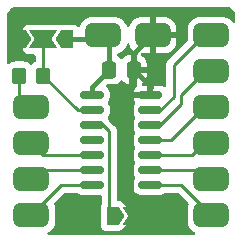
<source format=gbr>
%TF.GenerationSoftware,KiCad,Pcbnew,6.0.6-3a73a75311~116~ubuntu20.04.1*%
%TF.CreationDate,2022-07-03T10:43:35+02:00*%
%TF.ProjectId,MD_Mod,4d445f4d-6f64-42e6-9b69-6361645f7063,rev?*%
%TF.SameCoordinates,Original*%
%TF.FileFunction,Copper,L1,Top*%
%TF.FilePolarity,Positive*%
%FSLAX46Y46*%
G04 Gerber Fmt 4.6, Leading zero omitted, Abs format (unit mm)*
G04 Created by KiCad (PCBNEW 6.0.6-3a73a75311~116~ubuntu20.04.1) date 2022-07-03 10:43:35*
%MOMM*%
%LPD*%
G01*
G04 APERTURE LIST*
G04 Aperture macros list*
%AMRoundRect*
0 Rectangle with rounded corners*
0 $1 Rounding radius*
0 $2 $3 $4 $5 $6 $7 $8 $9 X,Y pos of 4 corners*
0 Add a 4 corners polygon primitive as box body*
4,1,4,$2,$3,$4,$5,$6,$7,$8,$9,$2,$3,0*
0 Add four circle primitives for the rounded corners*
1,1,$1+$1,$2,$3*
1,1,$1+$1,$4,$5*
1,1,$1+$1,$6,$7*
1,1,$1+$1,$8,$9*
0 Add four rect primitives between the rounded corners*
20,1,$1+$1,$2,$3,$4,$5,0*
20,1,$1+$1,$4,$5,$6,$7,0*
20,1,$1+$1,$6,$7,$8,$9,0*
20,1,$1+$1,$8,$9,$2,$3,0*%
%AMFreePoly0*
4,1,6,1.000000,0.000000,0.500000,-0.750000,-0.500000,-0.750000,-0.500000,0.750000,0.500000,0.750000,1.000000,0.000000,1.000000,0.000000,$1*%
%AMFreePoly1*
4,1,7,0.700000,0.000000,1.200000,-0.750000,-1.200000,-0.750000,-0.700000,0.000000,-1.200000,0.750000,1.200000,0.750000,0.700000,0.000000,0.700000,0.000000,$1*%
%AMFreePoly2*
4,1,6,0.500000,-0.750000,-0.650000,-0.750000,-0.150000,0.000000,-0.650000,0.750000,0.500000,0.750000,0.500000,-0.750000,0.500000,-0.750000,$1*%
G04 Aperture macros list end*
%TA.AperFunction,SMDPad,CuDef*%
%ADD10RoundRect,0.500000X-1.000000X-0.500000X1.000000X-0.500000X1.000000X0.500000X-1.000000X0.500000X0*%
%TD*%
%TA.AperFunction,SMDPad,CuDef*%
%ADD11FreePoly0,0.000000*%
%TD*%
%TA.AperFunction,SMDPad,CuDef*%
%ADD12FreePoly1,0.000000*%
%TD*%
%TA.AperFunction,SMDPad,CuDef*%
%ADD13FreePoly0,180.000000*%
%TD*%
%TA.AperFunction,SMDPad,CuDef*%
%ADD14RoundRect,0.250000X-0.350000X-0.450000X0.350000X-0.450000X0.350000X0.450000X-0.350000X0.450000X0*%
%TD*%
%TA.AperFunction,SMDPad,CuDef*%
%ADD15FreePoly2,0.000000*%
%TD*%
%TA.AperFunction,SMDPad,CuDef*%
%ADD16RoundRect,0.150000X-0.825000X-0.150000X0.825000X-0.150000X0.825000X0.150000X-0.825000X0.150000X0*%
%TD*%
%TA.AperFunction,SMDPad,CuDef*%
%ADD17RoundRect,0.250000X-0.337500X-0.475000X0.337500X-0.475000X0.337500X0.475000X-0.337500X0.475000X0*%
%TD*%
%TA.AperFunction,Conductor*%
%ADD18C,0.400000*%
%TD*%
%TA.AperFunction,Conductor*%
%ADD19C,0.250000*%
%TD*%
G04 APERTURE END LIST*
D10*
%TO.P,J11,1,Pin_1*%
%TO.N,_VIDEO*%
X154940000Y-112268000D03*
%TD*%
%TO.P,J10,1,Pin_1*%
%TO.N,_LANGUAGE*%
X154940000Y-109220000D03*
%TD*%
%TO.P,J12,1,Pin_1*%
%TO.N,Net-(J12-Pad1)*%
X139700000Y-103124000D03*
%TD*%
%TO.P,J1,1,Pin_1*%
%TO.N,VCC*%
X145796000Y-97028000D03*
%TD*%
%TO.P,J5,1,Pin_1*%
%TO.N,RED*%
X139700000Y-106172000D03*
%TD*%
D11*
%TO.P,JP2,1,A*%
%TO.N,GND*%
X138716000Y-97383600D03*
D12*
%TO.P,JP2,2,C*%
%TO.N,LED_TYPE*%
X140716000Y-97383600D03*
D13*
%TO.P,JP2,3,B*%
%TO.N,VCC*%
X142716000Y-97383600D03*
%TD*%
D10*
%TO.P,J7,1,Pin_1*%
%TO.N,RESET_OUT*%
X154940000Y-106172000D03*
%TD*%
D14*
%TO.P,R1,1*%
%TO.N,Net-(J12-Pad1)*%
X138700000Y-100457000D03*
%TO.P,R1,2*%
%TO.N,LED_TYPE*%
X140700000Y-100457000D03*
%TD*%
D11*
%TO.P,JP1,1,A*%
%TO.N,MCD_MODE*%
X146595000Y-112323000D03*
D15*
%TO.P,JP1,2,B*%
%TO.N,GND*%
X148045000Y-112323000D03*
%TD*%
D10*
%TO.P,J2,1,Pin_1*%
%TO.N,GND*%
X149987000Y-97028000D03*
%TD*%
D16*
%TO.P,U1,1,VDD*%
%TO.N,VCC*%
X144845000Y-102108000D03*
%TO.P,U1,2,RA5*%
%TO.N,LED_TYPE*%
X144845000Y-103378000D03*
%TO.P,U1,3,RA4*%
%TO.N,MCD_MODE*%
X144845000Y-104648000D03*
%TO.P,U1,4,RA3*%
%TO.N,unconnected-(U1-Pad4)*%
X144845000Y-105918000D03*
%TO.P,U1,5,RC5*%
%TO.N,RED*%
X144845000Y-107188000D03*
%TO.P,U1,6,RC4*%
%TO.N,GREEN*%
X144845000Y-108458000D03*
%TO.P,U1,7,RC3*%
%TO.N,BLUE*%
X144845000Y-109728000D03*
%TO.P,U1,8,RC2*%
%TO.N,_VIDEO*%
X149795000Y-109728000D03*
%TO.P,U1,9,RC1*%
%TO.N,_LANGUAGE*%
X149795000Y-108458000D03*
%TO.P,U1,10,RC0*%
%TO.N,RESET_OUT*%
X149795000Y-107188000D03*
%TO.P,U1,11,RA2*%
%TO.N,BUTTON*%
X149795000Y-105918000D03*
%TO.P,U1,12,RA1*%
%TO.N,VIDEO*%
X149795000Y-104648000D03*
%TO.P,U1,13,RA0*%
%TO.N,LANGUAGE*%
X149795000Y-103378000D03*
%TO.P,U1,14,VSS*%
%TO.N,GND*%
X149795000Y-102108000D03*
%TD*%
D10*
%TO.P,J8,1,Pin_1*%
%TO.N,LANGUAGE*%
X154940000Y-97028000D03*
%TD*%
%TO.P,J4,1,Pin_1*%
%TO.N,GREEN*%
X139700000Y-109220000D03*
%TD*%
%TO.P,J3,1,Pin_1*%
%TO.N,BLUE*%
X139700000Y-112268000D03*
%TD*%
%TO.P,J9,1,Pin_1*%
%TO.N,VIDEO*%
X154940000Y-100076000D03*
%TD*%
%TO.P,J6,1,Pin_1*%
%TO.N,BUTTON*%
X154940000Y-103124000D03*
%TD*%
D17*
%TO.P,C1,1*%
%TO.N,VCC*%
X146293250Y-99949000D03*
%TO.P,C1,2*%
%TO.N,GND*%
X148368250Y-99949000D03*
%TD*%
D18*
%TO.N,VCC*%
X142716000Y-97383600D02*
X145440400Y-97383600D01*
X146293250Y-97779250D02*
X145796000Y-97282000D01*
X144845000Y-102108000D02*
X144845000Y-101397250D01*
X146293250Y-99949000D02*
X146293250Y-97525250D01*
X144845000Y-101397250D02*
X146293250Y-99949000D01*
X145440400Y-97383600D02*
X145796000Y-97028000D01*
X146293250Y-97525250D02*
X145796000Y-97028000D01*
%TO.N,GND*%
X149795000Y-101397250D02*
X149805750Y-101386500D01*
X148172000Y-100145250D02*
X148368250Y-99949000D01*
X148172000Y-112323000D02*
X148172000Y-100145250D01*
X149987000Y-97028000D02*
X149860000Y-97028000D01*
X149860000Y-97028000D02*
X148368250Y-98519750D01*
X148368250Y-99949000D02*
X148368250Y-98519750D01*
X149805750Y-101386500D02*
X148368250Y-99949000D01*
X149795000Y-102108000D02*
X149795000Y-101397250D01*
D19*
%TO.N,RED*%
X144845000Y-107188000D02*
X140716000Y-107188000D01*
X140716000Y-107188000D02*
X139700000Y-106172000D01*
%TO.N,GREEN*%
X144845000Y-108458000D02*
X140462000Y-108458000D01*
X140462000Y-108458000D02*
X139700000Y-109220000D01*
%TO.N,BLUE*%
X144845000Y-109728000D02*
X142240000Y-109728000D01*
X142240000Y-109728000D02*
X139700000Y-112268000D01*
%TO.N,BUTTON*%
X154305000Y-103124000D02*
X154940000Y-103124000D01*
X149795000Y-105918000D02*
X151511000Y-105918000D01*
X151511000Y-105918000D02*
X154305000Y-103124000D01*
%TO.N,RESET_OUT*%
X154305000Y-106172000D02*
X154940000Y-106172000D01*
X153289000Y-107188000D02*
X154305000Y-106172000D01*
X149795000Y-107188000D02*
X153289000Y-107188000D01*
%TO.N,LANGUAGE*%
X149795000Y-103378000D02*
X150622000Y-103378000D01*
X154305000Y-97028000D02*
X154940000Y-97028000D01*
X151765000Y-99568000D02*
X154305000Y-97028000D01*
X151765000Y-102235000D02*
X151765000Y-99568000D01*
X150622000Y-103378000D02*
X151765000Y-102235000D01*
%TO.N,VIDEO*%
X154432000Y-100076000D02*
X154940000Y-100076000D01*
X152400000Y-102870000D02*
X152400000Y-102108000D01*
X150622000Y-104648000D02*
X152400000Y-102870000D01*
X152400000Y-102108000D02*
X154432000Y-100076000D01*
X149795000Y-104648000D02*
X150622000Y-104648000D01*
%TO.N,_LANGUAGE*%
X149795000Y-108458000D02*
X154178000Y-108458000D01*
X154178000Y-108458000D02*
X154940000Y-109220000D01*
%TO.N,_VIDEO*%
X149795000Y-109728000D02*
X152400000Y-109728000D01*
X152400000Y-109728000D02*
X154940000Y-112268000D01*
%TO.N,MCD_MODE*%
X146595000Y-111887000D02*
X146304000Y-111596000D01*
X146304000Y-111596000D02*
X146304000Y-105156000D01*
X145796000Y-104648000D02*
X144845000Y-104648000D01*
X146722000Y-112323000D02*
X146722000Y-112014000D01*
X146595000Y-112323000D02*
X146595000Y-111887000D01*
X146304000Y-105156000D02*
X145796000Y-104648000D01*
%TO.N,Net-(J12-Pad1)*%
X138700000Y-102124000D02*
X138700000Y-100457000D01*
X139700000Y-103124000D02*
X138700000Y-102124000D01*
%TO.N,LED_TYPE*%
X140700000Y-100457000D02*
X140700000Y-97399600D01*
X143621000Y-103378000D02*
X140700000Y-100457000D01*
X144845000Y-103378000D02*
X143621000Y-103378000D01*
%TD*%
%TA.AperFunction,Conductor*%
%TO.N,GND*%
G36*
X156180018Y-94617000D02*
G01*
X156194852Y-94619310D01*
X156194855Y-94619310D01*
X156203724Y-94620691D01*
X156213659Y-94619392D01*
X156214746Y-94619250D01*
X156243431Y-94618793D01*
X156316741Y-94626013D01*
X156346212Y-94628916D01*
X156370432Y-94633733D01*
X156489546Y-94669866D01*
X156512355Y-94679315D01*
X156622124Y-94737987D01*
X156642655Y-94751705D01*
X156738876Y-94830671D01*
X156756329Y-94848124D01*
X156835295Y-94944345D01*
X156849013Y-94964876D01*
X156907685Y-95074645D01*
X156917134Y-95097454D01*
X156953267Y-95216568D01*
X156958084Y-95240789D01*
X156967541Y-95336809D01*
X156967091Y-95352868D01*
X156967800Y-95352877D01*
X156967690Y-95361853D01*
X156966309Y-95370724D01*
X156967473Y-95379626D01*
X156967473Y-95379628D01*
X156970436Y-95402283D01*
X156971500Y-95418621D01*
X156971500Y-95841158D01*
X156951498Y-95909279D01*
X156897842Y-95955772D01*
X156827568Y-95965876D01*
X156762988Y-95936382D01*
X156740796Y-95911252D01*
X156723073Y-95884777D01*
X156583223Y-95744927D01*
X156578104Y-95741500D01*
X156578099Y-95741496D01*
X156423996Y-95638334D01*
X156423992Y-95638332D01*
X156418873Y-95634905D01*
X156236284Y-95558900D01*
X156230248Y-95557683D01*
X156230245Y-95557682D01*
X156046996Y-95520733D01*
X156046995Y-95520733D01*
X156042408Y-95519808D01*
X156036328Y-95519500D01*
X153843672Y-95519500D01*
X153837592Y-95519808D01*
X153833005Y-95520733D01*
X153833004Y-95520733D01*
X153649755Y-95557682D01*
X153649752Y-95557683D01*
X153643716Y-95558900D01*
X153461127Y-95634905D01*
X153456008Y-95638332D01*
X153456004Y-95638334D01*
X153301901Y-95741496D01*
X153301896Y-95741500D01*
X153296777Y-95744927D01*
X153156927Y-95884777D01*
X153153500Y-95889896D01*
X153153496Y-95889901D01*
X153050334Y-96044004D01*
X153050332Y-96044008D01*
X153046905Y-96049127D01*
X152970900Y-96231716D01*
X152969684Y-96237748D01*
X152969682Y-96237755D01*
X152932897Y-96420189D01*
X152931808Y-96425592D01*
X152931500Y-96431672D01*
X152931500Y-97453405D01*
X152911498Y-97521526D01*
X152894595Y-97542500D01*
X151372747Y-99064348D01*
X151364461Y-99071888D01*
X151357982Y-99076000D01*
X151352557Y-99081777D01*
X151311357Y-99125651D01*
X151308602Y-99128493D01*
X151288865Y-99148230D01*
X151286385Y-99151427D01*
X151278682Y-99160447D01*
X151248414Y-99192679D01*
X151244595Y-99199625D01*
X151244593Y-99199628D01*
X151238652Y-99210434D01*
X151227801Y-99226953D01*
X151215386Y-99242959D01*
X151212241Y-99250228D01*
X151212238Y-99250232D01*
X151197826Y-99283537D01*
X151192609Y-99294187D01*
X151171305Y-99332940D01*
X151169334Y-99340615D01*
X151169334Y-99340616D01*
X151166267Y-99352562D01*
X151159863Y-99371266D01*
X151151819Y-99389855D01*
X151150580Y-99397678D01*
X151150577Y-99397688D01*
X151144901Y-99433524D01*
X151142495Y-99445144D01*
X151133938Y-99478473D01*
X151131500Y-99487970D01*
X151131500Y-99508224D01*
X151129949Y-99527934D01*
X151126780Y-99547943D01*
X151127526Y-99555835D01*
X151130941Y-99591961D01*
X151131500Y-99603819D01*
X151131500Y-101275142D01*
X151111498Y-101343263D01*
X151057842Y-101389756D01*
X150987568Y-101399860D01*
X150941361Y-101383596D01*
X150890221Y-101353352D01*
X150875790Y-101347107D01*
X150729935Y-101304731D01*
X150717333Y-101302430D01*
X150688916Y-101300193D01*
X150683986Y-101300000D01*
X150067115Y-101300000D01*
X150051876Y-101304475D01*
X150050671Y-101305865D01*
X150049000Y-101313548D01*
X150049000Y-102236000D01*
X150028998Y-102304121D01*
X149975342Y-102350614D01*
X149923000Y-102362000D01*
X148333122Y-102362000D01*
X148319591Y-102365973D01*
X148318456Y-102373871D01*
X148359107Y-102513790D01*
X148365352Y-102528221D01*
X148441911Y-102657677D01*
X148447871Y-102665360D01*
X148473820Y-102731444D01*
X148459922Y-102801067D01*
X148449579Y-102817161D01*
X148445547Y-102821193D01*
X148360855Y-102964399D01*
X148314438Y-103124169D01*
X148311500Y-103161498D01*
X148311500Y-103594502D01*
X148314438Y-103631831D01*
X148360855Y-103791601D01*
X148445547Y-103934807D01*
X148448229Y-103937489D01*
X148473502Y-104001861D01*
X148459600Y-104071484D01*
X148449428Y-104087312D01*
X148445547Y-104091193D01*
X148360855Y-104234399D01*
X148358644Y-104242010D01*
X148358643Y-104242012D01*
X148348300Y-104277614D01*
X148314438Y-104394169D01*
X148313934Y-104400574D01*
X148313933Y-104400579D01*
X148313422Y-104407073D01*
X148311500Y-104431498D01*
X148311500Y-104864502D01*
X148311693Y-104866950D01*
X148311693Y-104866958D01*
X148313766Y-104893289D01*
X148314438Y-104901831D01*
X148340005Y-104989833D01*
X148355336Y-105042603D01*
X148360855Y-105061601D01*
X148445547Y-105204807D01*
X148448229Y-105207489D01*
X148473502Y-105271861D01*
X148459600Y-105341484D01*
X148449428Y-105357312D01*
X148445547Y-105361193D01*
X148360855Y-105504399D01*
X148314438Y-105664169D01*
X148313934Y-105670574D01*
X148313933Y-105670579D01*
X148311807Y-105697594D01*
X148311500Y-105701498D01*
X148311500Y-106134502D01*
X148314438Y-106171831D01*
X148360855Y-106331601D01*
X148445547Y-106474807D01*
X148448229Y-106477489D01*
X148473502Y-106541861D01*
X148459600Y-106611484D01*
X148449428Y-106627312D01*
X148445547Y-106631193D01*
X148360855Y-106774399D01*
X148314438Y-106934169D01*
X148311500Y-106971498D01*
X148311500Y-107404502D01*
X148314438Y-107441831D01*
X148360855Y-107601601D01*
X148445547Y-107744807D01*
X148448229Y-107747489D01*
X148473502Y-107811861D01*
X148459600Y-107881484D01*
X148449428Y-107897312D01*
X148445547Y-107901193D01*
X148360855Y-108044399D01*
X148314438Y-108204169D01*
X148311500Y-108241498D01*
X148311500Y-108674502D01*
X148314438Y-108711831D01*
X148360855Y-108871601D01*
X148445547Y-109014807D01*
X148448229Y-109017489D01*
X148473502Y-109081861D01*
X148459600Y-109151484D01*
X148449428Y-109167312D01*
X148445547Y-109171193D01*
X148360855Y-109314399D01*
X148314438Y-109474169D01*
X148311500Y-109511498D01*
X148311500Y-109944502D01*
X148314438Y-109981831D01*
X148360855Y-110141601D01*
X148364892Y-110148427D01*
X148441509Y-110277980D01*
X148441511Y-110277983D01*
X148445547Y-110284807D01*
X148563193Y-110402453D01*
X148570017Y-110406489D01*
X148570020Y-110406491D01*
X148570614Y-110406842D01*
X148706399Y-110487145D01*
X148714010Y-110489356D01*
X148714012Y-110489357D01*
X148746210Y-110498711D01*
X148866169Y-110533562D01*
X148872574Y-110534066D01*
X148872579Y-110534067D01*
X148901042Y-110536307D01*
X148901050Y-110536307D01*
X148903498Y-110536500D01*
X150686502Y-110536500D01*
X150688950Y-110536307D01*
X150688958Y-110536307D01*
X150717421Y-110534067D01*
X150717426Y-110534066D01*
X150723831Y-110533562D01*
X150843790Y-110498711D01*
X150875988Y-110489357D01*
X150875990Y-110489356D01*
X150883601Y-110487145D01*
X151019386Y-110406842D01*
X151019980Y-110406491D01*
X151019983Y-110406489D01*
X151026807Y-110402453D01*
X151032416Y-110396844D01*
X151038675Y-110391989D01*
X151039844Y-110393496D01*
X151093167Y-110364379D01*
X151119950Y-110361500D01*
X152085406Y-110361500D01*
X152153527Y-110381502D01*
X152174501Y-110398405D01*
X152992645Y-111216549D01*
X153026671Y-111278861D01*
X153019874Y-111354064D01*
X152970900Y-111471716D01*
X152969683Y-111477752D01*
X152969682Y-111477755D01*
X152949569Y-111577506D01*
X152931808Y-111665592D01*
X152931500Y-111671672D01*
X152931500Y-112864328D01*
X152931808Y-112870408D01*
X152970900Y-113064284D01*
X153046905Y-113246873D01*
X153050332Y-113251992D01*
X153050334Y-113251996D01*
X153153496Y-113406099D01*
X153153500Y-113406104D01*
X153156927Y-113411223D01*
X153296777Y-113551073D01*
X153301896Y-113554500D01*
X153301901Y-113554504D01*
X153456004Y-113657666D01*
X153456008Y-113657668D01*
X153461127Y-113661095D01*
X153497358Y-113676177D01*
X153552559Y-113720820D01*
X153574862Y-113788222D01*
X153557185Y-113856983D01*
X153505138Y-113905271D01*
X153448935Y-113918500D01*
X141191065Y-113918500D01*
X141122944Y-113898498D01*
X141076451Y-113844842D01*
X141066347Y-113774568D01*
X141095841Y-113709988D01*
X141142641Y-113676177D01*
X141178873Y-113661095D01*
X141183992Y-113657668D01*
X141183996Y-113657666D01*
X141338099Y-113554504D01*
X141338104Y-113554500D01*
X141343223Y-113551073D01*
X141483073Y-113411223D01*
X141486500Y-113406104D01*
X141486504Y-113406099D01*
X141589666Y-113251996D01*
X141589668Y-113251992D01*
X141593095Y-113246873D01*
X141669100Y-113064284D01*
X141708192Y-112870408D01*
X141708500Y-112864328D01*
X141708500Y-111671672D01*
X141708192Y-111665592D01*
X141690431Y-111577506D01*
X141670318Y-111477755D01*
X141670317Y-111477752D01*
X141669100Y-111471716D01*
X141620126Y-111354064D01*
X141612413Y-111283490D01*
X141647355Y-111216549D01*
X142465499Y-110398405D01*
X142527811Y-110364379D01*
X142554594Y-110361500D01*
X143520050Y-110361500D01*
X143588171Y-110381502D01*
X143601271Y-110392059D01*
X143601325Y-110391989D01*
X143607584Y-110396844D01*
X143613193Y-110402453D01*
X143620017Y-110406489D01*
X143620020Y-110406491D01*
X143620614Y-110406842D01*
X143756399Y-110487145D01*
X143764010Y-110489356D01*
X143764012Y-110489357D01*
X143796210Y-110498711D01*
X143916169Y-110533562D01*
X143922574Y-110534066D01*
X143922579Y-110534067D01*
X143951042Y-110536307D01*
X143951050Y-110536307D01*
X143953498Y-110536500D01*
X145544500Y-110536500D01*
X145612621Y-110556502D01*
X145659114Y-110610158D01*
X145670500Y-110662500D01*
X145670500Y-111251039D01*
X145659114Y-111303381D01*
X145602081Y-111428266D01*
X145581271Y-111573000D01*
X145581271Y-113073000D01*
X145586500Y-113146111D01*
X145593383Y-113169552D01*
X145616087Y-113246873D01*
X145627696Y-113286411D01*
X145632567Y-113293990D01*
X145701878Y-113401841D01*
X145701880Y-113401844D01*
X145706750Y-113409421D01*
X145713560Y-113415322D01*
X145810445Y-113499274D01*
X145810448Y-113499276D01*
X145817257Y-113505176D01*
X145950266Y-113565919D01*
X146095000Y-113586729D01*
X147095000Y-113586729D01*
X147096964Y-113586605D01*
X147096968Y-113586605D01*
X147153080Y-113583066D01*
X147153084Y-113583065D01*
X147159557Y-113582657D01*
X147300528Y-113543824D01*
X147308188Y-113539081D01*
X147308191Y-113539080D01*
X147417187Y-113471594D01*
X147417189Y-113471593D01*
X147424850Y-113466849D01*
X147522448Y-113357966D01*
X148022448Y-112607966D01*
X148031782Y-112593442D01*
X148090282Y-112459431D01*
X148108656Y-112314368D01*
X148085418Y-112170004D01*
X148022448Y-112038034D01*
X147522448Y-111288034D01*
X147483250Y-111236579D01*
X147437264Y-111196732D01*
X147379555Y-111146726D01*
X147379552Y-111146724D01*
X147372743Y-111140824D01*
X147239734Y-111080081D01*
X147095000Y-111059271D01*
X147063500Y-111059271D01*
X146995379Y-111039269D01*
X146948886Y-110985613D01*
X146937500Y-110933271D01*
X146937500Y-105234763D01*
X146938027Y-105223579D01*
X146939701Y-105216091D01*
X146937562Y-105148032D01*
X146937500Y-105144075D01*
X146937500Y-105116144D01*
X146936994Y-105112138D01*
X146936061Y-105100292D01*
X146935745Y-105090215D01*
X146934673Y-105056110D01*
X146929022Y-105036658D01*
X146925014Y-105017306D01*
X146923468Y-105005068D01*
X146923467Y-105005066D01*
X146922474Y-104997203D01*
X146906194Y-104956086D01*
X146902359Y-104944885D01*
X146890018Y-104902406D01*
X146885985Y-104895587D01*
X146885983Y-104895582D01*
X146879707Y-104884971D01*
X146871010Y-104867221D01*
X146863552Y-104848383D01*
X146837571Y-104812623D01*
X146831053Y-104802701D01*
X146812578Y-104771460D01*
X146812574Y-104771455D01*
X146808542Y-104764637D01*
X146794218Y-104750313D01*
X146781376Y-104735278D01*
X146769472Y-104718893D01*
X146735406Y-104690711D01*
X146726627Y-104682722D01*
X146299652Y-104255747D01*
X146292112Y-104247462D01*
X146288000Y-104240982D01*
X146282223Y-104235557D01*
X146280149Y-104233050D01*
X146268781Y-104216875D01*
X146256571Y-104196228D01*
X146194453Y-104091193D01*
X146191771Y-104088511D01*
X146166498Y-104024139D01*
X146180400Y-103954516D01*
X146190572Y-103938688D01*
X146194453Y-103934807D01*
X146279145Y-103791601D01*
X146325562Y-103631831D01*
X146328500Y-103594502D01*
X146328500Y-103161498D01*
X146325562Y-103124169D01*
X146279145Y-102964399D01*
X146194453Y-102821193D01*
X146191771Y-102818511D01*
X146166498Y-102754139D01*
X146180400Y-102684516D01*
X146190572Y-102668688D01*
X146194453Y-102664807D01*
X146279145Y-102521601D01*
X146281415Y-102513790D01*
X146323767Y-102368008D01*
X146325562Y-102361831D01*
X146328500Y-102324502D01*
X146328500Y-101891498D01*
X146328307Y-101889042D01*
X146326067Y-101860579D01*
X146326066Y-101860574D01*
X146325562Y-101854169D01*
X146320459Y-101836605D01*
X148320061Y-101836605D01*
X148320101Y-101850706D01*
X148327370Y-101854000D01*
X149522885Y-101854000D01*
X149538124Y-101849525D01*
X149539329Y-101848135D01*
X149541000Y-101840452D01*
X149541000Y-101318116D01*
X149536525Y-101302877D01*
X149535135Y-101301672D01*
X149527452Y-101300001D01*
X149173735Y-101300001D01*
X149105614Y-101279999D01*
X149059121Y-101226343D01*
X149049017Y-101156069D01*
X149078511Y-101091489D01*
X149107431Y-101066857D01*
X149173560Y-101025934D01*
X149184958Y-101016901D01*
X149299489Y-100902171D01*
X149308501Y-100890760D01*
X149393566Y-100752757D01*
X149399713Y-100739576D01*
X149450888Y-100585290D01*
X149453755Y-100571914D01*
X149463422Y-100477562D01*
X149463750Y-100471146D01*
X149463750Y-100221115D01*
X149459275Y-100205876D01*
X149457885Y-100204671D01*
X149450202Y-100203000D01*
X148640365Y-100203000D01*
X148625126Y-100207475D01*
X148623921Y-100208865D01*
X148622250Y-100216548D01*
X148622250Y-101163884D01*
X148626724Y-101179122D01*
X148643611Y-101193754D01*
X148681996Y-101253480D01*
X148681997Y-101324477D01*
X148643614Y-101384203D01*
X148625239Y-101397434D01*
X148570323Y-101429911D01*
X148557896Y-101439551D01*
X148451551Y-101545896D01*
X148441911Y-101558322D01*
X148365352Y-101687779D01*
X148359107Y-101702210D01*
X148320061Y-101836605D01*
X146320459Y-101836605D01*
X146285515Y-101716324D01*
X146281357Y-101702012D01*
X146281356Y-101702010D01*
X146279145Y-101694399D01*
X146246478Y-101639162D01*
X146198491Y-101558020D01*
X146198489Y-101558017D01*
X146194453Y-101551193D01*
X146076807Y-101433547D01*
X146049389Y-101417332D01*
X146000938Y-101365440D01*
X145988233Y-101295589D01*
X146015309Y-101229958D01*
X146024435Y-101219785D01*
X146024815Y-101219405D01*
X146087127Y-101185379D01*
X146113910Y-101182500D01*
X146681150Y-101182500D01*
X146684396Y-101182163D01*
X146684400Y-101182163D01*
X146780058Y-101172238D01*
X146780062Y-101172237D01*
X146786916Y-101171526D01*
X146793452Y-101169345D01*
X146793454Y-101169345D01*
X146933580Y-101122595D01*
X146954696Y-101115550D01*
X147105098Y-101022478D01*
X147230055Y-100897303D01*
X147232852Y-100892765D01*
X147290103Y-100852176D01*
X147361026Y-100848946D01*
X147422437Y-100884572D01*
X147429812Y-100893068D01*
X147437848Y-100903207D01*
X147552579Y-101017739D01*
X147563990Y-101026751D01*
X147701993Y-101111816D01*
X147715174Y-101117963D01*
X147869460Y-101169138D01*
X147882836Y-101172005D01*
X147977188Y-101181672D01*
X147983604Y-101182000D01*
X148096135Y-101182000D01*
X148111374Y-101177525D01*
X148112579Y-101176135D01*
X148114250Y-101168452D01*
X148114250Y-98734116D01*
X148109775Y-98718877D01*
X148108385Y-98717672D01*
X148100702Y-98716001D01*
X147983655Y-98716001D01*
X147977136Y-98716338D01*
X147881544Y-98726257D01*
X147868150Y-98729149D01*
X147713966Y-98780588D01*
X147700788Y-98786761D01*
X147562943Y-98872063D01*
X147551542Y-98881099D01*
X147437012Y-98995828D01*
X147429956Y-99004762D01*
X147372038Y-99045823D01*
X147301115Y-99049053D01*
X147239704Y-99013426D01*
X147232904Y-99005593D01*
X147229228Y-98999652D01*
X147104053Y-98874695D01*
X147097819Y-98870852D01*
X147061633Y-98848546D01*
X147014140Y-98795774D01*
X147001750Y-98741287D01*
X147001750Y-98617385D01*
X147021752Y-98549264D01*
X147075408Y-98502771D01*
X147088173Y-98497929D01*
X147092284Y-98497100D01*
X147097973Y-98494732D01*
X147097979Y-98494730D01*
X147269182Y-98423464D01*
X147274873Y-98421095D01*
X147279992Y-98417668D01*
X147279996Y-98417666D01*
X147434099Y-98314504D01*
X147434104Y-98314500D01*
X147439223Y-98311073D01*
X147579073Y-98171223D01*
X147582501Y-98166103D01*
X147582504Y-98166099D01*
X147685666Y-98011996D01*
X147685668Y-98011992D01*
X147689095Y-98006873D01*
X147765100Y-97824284D01*
X147768241Y-97808704D01*
X147801311Y-97745883D01*
X147863097Y-97710912D01*
X147933982Y-97714897D01*
X147991460Y-97756572D01*
X148015269Y-97808702D01*
X148017163Y-97818096D01*
X148020752Y-97829833D01*
X148091978Y-98000943D01*
X148097778Y-98011759D01*
X148200885Y-98165779D01*
X148208678Y-98175266D01*
X148339734Y-98306322D01*
X148349221Y-98314115D01*
X148503241Y-98417222D01*
X148514049Y-98423017D01*
X148650192Y-98479688D01*
X148705395Y-98524333D01*
X148727698Y-98591735D01*
X148710021Y-98660496D01*
X148657974Y-98708784D01*
X148637269Y-98716909D01*
X148625126Y-98720474D01*
X148623921Y-98721865D01*
X148622250Y-98729548D01*
X148622250Y-99676885D01*
X148626725Y-99692124D01*
X148628115Y-99693329D01*
X148635798Y-99695000D01*
X149445634Y-99695000D01*
X149460873Y-99690525D01*
X149462078Y-99689135D01*
X149463749Y-99681452D01*
X149463749Y-99426905D01*
X149463412Y-99420386D01*
X149453493Y-99324794D01*
X149450601Y-99311400D01*
X149399162Y-99157216D01*
X149392989Y-99144038D01*
X149307687Y-99006193D01*
X149298651Y-98994792D01*
X149183921Y-98880261D01*
X149172510Y-98871249D01*
X149034507Y-98786184D01*
X149014693Y-98776944D01*
X149015819Y-98774528D01*
X148967656Y-98741160D01*
X148940421Y-98675595D01*
X148952956Y-98605714D01*
X149001281Y-98553703D01*
X149065685Y-98536000D01*
X149714885Y-98536000D01*
X149730124Y-98531525D01*
X149731329Y-98530135D01*
X149733000Y-98522452D01*
X149733000Y-98517885D01*
X150241000Y-98517885D01*
X150245475Y-98533124D01*
X150246865Y-98534329D01*
X150254548Y-98536000D01*
X151081681Y-98536000D01*
X151084733Y-98535923D01*
X151093945Y-98534767D01*
X151277091Y-98497838D01*
X151288833Y-98494248D01*
X151459943Y-98423022D01*
X151470759Y-98417222D01*
X151624779Y-98314115D01*
X151634266Y-98306322D01*
X151765322Y-98175266D01*
X151773115Y-98165779D01*
X151876222Y-98011759D01*
X151882022Y-98000943D01*
X151953248Y-97829833D01*
X151956838Y-97818091D01*
X151993767Y-97634945D01*
X151994923Y-97625733D01*
X151995000Y-97622681D01*
X151995000Y-97300115D01*
X151990525Y-97284876D01*
X151989135Y-97283671D01*
X151981452Y-97282000D01*
X150259115Y-97282000D01*
X150243876Y-97286475D01*
X150242671Y-97287865D01*
X150241000Y-97295548D01*
X150241000Y-98517885D01*
X149733000Y-98517885D01*
X149733000Y-96755885D01*
X150241000Y-96755885D01*
X150245475Y-96771124D01*
X150246865Y-96772329D01*
X150254548Y-96774000D01*
X151976885Y-96774000D01*
X151992124Y-96769525D01*
X151993329Y-96768135D01*
X151995000Y-96760452D01*
X151995000Y-96433319D01*
X151994923Y-96430267D01*
X151993767Y-96421055D01*
X151956838Y-96237909D01*
X151953248Y-96226167D01*
X151882022Y-96055057D01*
X151876222Y-96044241D01*
X151773115Y-95890221D01*
X151765322Y-95880734D01*
X151634266Y-95749678D01*
X151624779Y-95741885D01*
X151470759Y-95638778D01*
X151459943Y-95632978D01*
X151288833Y-95561752D01*
X151277091Y-95558162D01*
X151093945Y-95521233D01*
X151084733Y-95520077D01*
X151081681Y-95520000D01*
X150259115Y-95520000D01*
X150243876Y-95524475D01*
X150242671Y-95525865D01*
X150241000Y-95533548D01*
X150241000Y-96755885D01*
X149733000Y-96755885D01*
X149733000Y-95538115D01*
X149728525Y-95522876D01*
X149727135Y-95521671D01*
X149719452Y-95520000D01*
X148892319Y-95520000D01*
X148889267Y-95520077D01*
X148880055Y-95521233D01*
X148696909Y-95558162D01*
X148685167Y-95561752D01*
X148514057Y-95632978D01*
X148503241Y-95638778D01*
X148349221Y-95741885D01*
X148339734Y-95749678D01*
X148208678Y-95880734D01*
X148200885Y-95890221D01*
X148097778Y-96044241D01*
X148091978Y-96055057D01*
X148020752Y-96226167D01*
X148017163Y-96237904D01*
X148015269Y-96247298D01*
X147982195Y-96310120D01*
X147920408Y-96345089D01*
X147849523Y-96341102D01*
X147792047Y-96299424D01*
X147768242Y-96247296D01*
X147765100Y-96231716D01*
X147689095Y-96049127D01*
X147685668Y-96044008D01*
X147685666Y-96044004D01*
X147582504Y-95889901D01*
X147582500Y-95889896D01*
X147579073Y-95884777D01*
X147439223Y-95744927D01*
X147434104Y-95741500D01*
X147434099Y-95741496D01*
X147279996Y-95638334D01*
X147279992Y-95638332D01*
X147274873Y-95634905D01*
X147092284Y-95558900D01*
X147086248Y-95557683D01*
X147086245Y-95557682D01*
X146902996Y-95520733D01*
X146902995Y-95520733D01*
X146898408Y-95519808D01*
X146892328Y-95519500D01*
X144699672Y-95519500D01*
X144693592Y-95519808D01*
X144689005Y-95520733D01*
X144689004Y-95520733D01*
X144505755Y-95557682D01*
X144505752Y-95557683D01*
X144499716Y-95558900D01*
X144317127Y-95634905D01*
X144312008Y-95638332D01*
X144312004Y-95638334D01*
X144157901Y-95741496D01*
X144157896Y-95741500D01*
X144152777Y-95744927D01*
X144012927Y-95884777D01*
X144009500Y-95889896D01*
X144009496Y-95889901D01*
X143906334Y-96044004D01*
X143906332Y-96044008D01*
X143902905Y-96049127D01*
X143826900Y-96231716D01*
X143825684Y-96237748D01*
X143825681Y-96237759D01*
X143824555Y-96243343D01*
X143791481Y-96306165D01*
X143729693Y-96341133D01*
X143658809Y-96337145D01*
X143607339Y-96301986D01*
X143604250Y-96297179D01*
X143558996Y-96257966D01*
X143500555Y-96207326D01*
X143500552Y-96207324D01*
X143493743Y-96201424D01*
X143360734Y-96140681D01*
X143216000Y-96119871D01*
X142216000Y-96119871D01*
X142214036Y-96119995D01*
X142214032Y-96119995D01*
X142157920Y-96123534D01*
X142157916Y-96123535D01*
X142151443Y-96123943D01*
X142145189Y-96125666D01*
X142145188Y-96125666D01*
X142142524Y-96126400D01*
X142105768Y-96136525D01*
X142054376Y-96139767D01*
X141916000Y-96119871D01*
X139516000Y-96119871D01*
X139513487Y-96120072D01*
X139513486Y-96120072D01*
X139441355Y-96125840D01*
X139441353Y-96125840D01*
X139434355Y-96126400D01*
X139427650Y-96128492D01*
X139427649Y-96128492D01*
X139392691Y-96139398D01*
X139294767Y-96169948D01*
X139173103Y-96251057D01*
X139079218Y-96363158D01*
X139075614Y-96371413D01*
X139075612Y-96371417D01*
X139024324Y-96488908D01*
X139020718Y-96497169D01*
X139002344Y-96642232D01*
X139025582Y-96786596D01*
X139088552Y-96918566D01*
X139351980Y-97313708D01*
X139373124Y-97381483D01*
X139351980Y-97453492D01*
X139108807Y-97818252D01*
X139088552Y-97848634D01*
X139048696Y-97920189D01*
X139007500Y-98060489D01*
X139007500Y-98206711D01*
X139010038Y-98215354D01*
X139010038Y-98215355D01*
X139038144Y-98311073D01*
X139048696Y-98347011D01*
X139053567Y-98354590D01*
X139122878Y-98462441D01*
X139122880Y-98462444D01*
X139127750Y-98470021D01*
X139134560Y-98475922D01*
X139231445Y-98559874D01*
X139231448Y-98559876D01*
X139238257Y-98565776D01*
X139371266Y-98626519D01*
X139380189Y-98627802D01*
X139396100Y-98630090D01*
X139516000Y-98647329D01*
X139940500Y-98647329D01*
X140008621Y-98667331D01*
X140055114Y-98720987D01*
X140066500Y-98773329D01*
X140066500Y-99220219D01*
X140046498Y-99288340D01*
X140006803Y-99327363D01*
X139875652Y-99408522D01*
X139796343Y-99487970D01*
X139789216Y-99495109D01*
X139726934Y-99529188D01*
X139656114Y-99524185D01*
X139611025Y-99495264D01*
X139528483Y-99412866D01*
X139523303Y-99407695D01*
X139507069Y-99397688D01*
X139378968Y-99318725D01*
X139378966Y-99318724D01*
X139372738Y-99314885D01*
X139266706Y-99279716D01*
X139211389Y-99261368D01*
X139211387Y-99261368D01*
X139204861Y-99259203D01*
X139198025Y-99258503D01*
X139198022Y-99258502D01*
X139154969Y-99254091D01*
X139100400Y-99248500D01*
X138299600Y-99248500D01*
X138296354Y-99248837D01*
X138296350Y-99248837D01*
X138200692Y-99258762D01*
X138200688Y-99258763D01*
X138193834Y-99259474D01*
X138187298Y-99261655D01*
X138187296Y-99261655D01*
X138107312Y-99288340D01*
X138026054Y-99315450D01*
X137966082Y-99352562D01*
X137881879Y-99404668D01*
X137881876Y-99404671D01*
X137875652Y-99408522D01*
X137871963Y-99412217D01*
X137806954Y-99438530D01*
X137737190Y-99425359D01*
X137685621Y-99376561D01*
X137668500Y-99313147D01*
X137668500Y-95430250D01*
X137670246Y-95409345D01*
X137672770Y-95394344D01*
X137672770Y-95394341D01*
X137673576Y-95389552D01*
X137673729Y-95377000D01*
X137672788Y-95370429D01*
X137672123Y-95340218D01*
X137681916Y-95240789D01*
X137686733Y-95216568D01*
X137722866Y-95097454D01*
X137732315Y-95074645D01*
X137790987Y-94964876D01*
X137804705Y-94944345D01*
X137883671Y-94848124D01*
X137901124Y-94830671D01*
X137997345Y-94751705D01*
X138017876Y-94737987D01*
X138127645Y-94679315D01*
X138150454Y-94669866D01*
X138269568Y-94633733D01*
X138293789Y-94628916D01*
X138389809Y-94619459D01*
X138405868Y-94619909D01*
X138405877Y-94619200D01*
X138414853Y-94619310D01*
X138423724Y-94620691D01*
X138432626Y-94619527D01*
X138432628Y-94619527D01*
X138449059Y-94617378D01*
X138455286Y-94616564D01*
X138471621Y-94615500D01*
X156160633Y-94615500D01*
X156180018Y-94617000D01*
G37*
%TD.AperFunction*%
%TD*%
M02*

</source>
